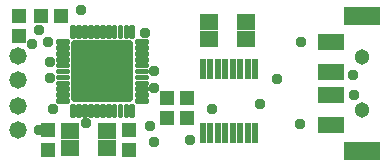
<source format=gbr>
G04 EAGLE Gerber RS-274X export*
G75*
%MOMM*%
%FSLAX34Y34*%
%LPD*%
%INSoldermask Top*%
%IPPOS*%
%AMOC8*
5,1,8,0,0,1.08239X$1,22.5*%
G01*
%ADD10R,1.303200X1.203200*%
%ADD11R,1.203200X1.303200*%
%ADD12C,0.686816*%
%ADD13C,0.276759*%
%ADD14R,1.503200X1.403200*%
%ADD15C,1.473200*%
%ADD16R,0.553200X1.753200*%
%ADD17R,3.099250X1.596491*%
%ADD18R,3.098481X1.609400*%
%ADD19R,2.203200X1.403200*%
%ADD20C,1.303200*%
%ADD21C,1.203200*%
%ADD22C,0.959600*%


D10*
X984640Y467360D03*
X1001640Y467360D03*
D11*
X966470Y466970D03*
X966470Y449970D03*
D12*
X1013592Y397388D02*
X1059556Y397388D01*
X1013592Y397388D02*
X1013592Y443352D01*
X1059556Y443352D01*
X1059556Y397388D01*
X1059556Y403913D02*
X1013592Y403913D01*
X1013592Y410438D02*
X1059556Y410438D01*
X1059556Y416963D02*
X1013592Y416963D01*
X1013592Y423488D02*
X1059556Y423488D01*
X1059556Y430013D02*
X1013592Y430013D01*
X1013592Y436538D02*
X1059556Y436538D01*
X1059556Y443063D02*
X1013592Y443063D01*
D13*
X1007706Y446502D02*
X998442Y446502D01*
X1007706Y446502D02*
X1007706Y444238D01*
X998442Y444238D01*
X998442Y446502D01*
X998442Y441502D02*
X1007706Y441502D01*
X1007706Y439238D01*
X998442Y439238D01*
X998442Y441502D01*
X998442Y436502D02*
X1007706Y436502D01*
X1007706Y434238D01*
X998442Y434238D01*
X998442Y436502D01*
X998442Y431502D02*
X1007706Y431502D01*
X1007706Y429238D01*
X998442Y429238D01*
X998442Y431502D01*
X998442Y426502D02*
X1007706Y426502D01*
X1007706Y424238D01*
X998442Y424238D01*
X998442Y426502D01*
X998442Y421502D02*
X1007706Y421502D01*
X1007706Y419238D01*
X998442Y419238D01*
X998442Y421502D01*
X998442Y416502D02*
X1007706Y416502D01*
X1007706Y414238D01*
X998442Y414238D01*
X998442Y416502D01*
X998442Y411502D02*
X1007706Y411502D01*
X1007706Y409238D01*
X998442Y409238D01*
X998442Y411502D01*
X998442Y406502D02*
X1007706Y406502D01*
X1007706Y404238D01*
X998442Y404238D01*
X998442Y406502D01*
X998442Y401502D02*
X1007706Y401502D01*
X1007706Y399238D01*
X998442Y399238D01*
X998442Y401502D01*
X998442Y396502D02*
X1007706Y396502D01*
X1007706Y394238D01*
X998442Y394238D01*
X998442Y396502D01*
X1010442Y391502D02*
X1010442Y382238D01*
X1010442Y391502D02*
X1012706Y391502D01*
X1012706Y382238D01*
X1010442Y382238D01*
X1010442Y384868D02*
X1012706Y384868D01*
X1012706Y387498D02*
X1010442Y387498D01*
X1010442Y390128D02*
X1012706Y390128D01*
X1015442Y391502D02*
X1015442Y382238D01*
X1015442Y391502D02*
X1017706Y391502D01*
X1017706Y382238D01*
X1015442Y382238D01*
X1015442Y384868D02*
X1017706Y384868D01*
X1017706Y387498D02*
X1015442Y387498D01*
X1015442Y390128D02*
X1017706Y390128D01*
X1020442Y391502D02*
X1020442Y382238D01*
X1020442Y391502D02*
X1022706Y391502D01*
X1022706Y382238D01*
X1020442Y382238D01*
X1020442Y384868D02*
X1022706Y384868D01*
X1022706Y387498D02*
X1020442Y387498D01*
X1020442Y390128D02*
X1022706Y390128D01*
X1025442Y391502D02*
X1025442Y382238D01*
X1025442Y391502D02*
X1027706Y391502D01*
X1027706Y382238D01*
X1025442Y382238D01*
X1025442Y384868D02*
X1027706Y384868D01*
X1027706Y387498D02*
X1025442Y387498D01*
X1025442Y390128D02*
X1027706Y390128D01*
X1030442Y391502D02*
X1030442Y382238D01*
X1030442Y391502D02*
X1032706Y391502D01*
X1032706Y382238D01*
X1030442Y382238D01*
X1030442Y384868D02*
X1032706Y384868D01*
X1032706Y387498D02*
X1030442Y387498D01*
X1030442Y390128D02*
X1032706Y390128D01*
X1035442Y391502D02*
X1035442Y382238D01*
X1035442Y391502D02*
X1037706Y391502D01*
X1037706Y382238D01*
X1035442Y382238D01*
X1035442Y384868D02*
X1037706Y384868D01*
X1037706Y387498D02*
X1035442Y387498D01*
X1035442Y390128D02*
X1037706Y390128D01*
X1040442Y391502D02*
X1040442Y382238D01*
X1040442Y391502D02*
X1042706Y391502D01*
X1042706Y382238D01*
X1040442Y382238D01*
X1040442Y384868D02*
X1042706Y384868D01*
X1042706Y387498D02*
X1040442Y387498D01*
X1040442Y390128D02*
X1042706Y390128D01*
X1045442Y391502D02*
X1045442Y382238D01*
X1045442Y391502D02*
X1047706Y391502D01*
X1047706Y382238D01*
X1045442Y382238D01*
X1045442Y384868D02*
X1047706Y384868D01*
X1047706Y387498D02*
X1045442Y387498D01*
X1045442Y390128D02*
X1047706Y390128D01*
X1050442Y391502D02*
X1050442Y382238D01*
X1050442Y391502D02*
X1052706Y391502D01*
X1052706Y382238D01*
X1050442Y382238D01*
X1050442Y384868D02*
X1052706Y384868D01*
X1052706Y387498D02*
X1050442Y387498D01*
X1050442Y390128D02*
X1052706Y390128D01*
X1055442Y391502D02*
X1055442Y382238D01*
X1055442Y391502D02*
X1057706Y391502D01*
X1057706Y382238D01*
X1055442Y382238D01*
X1055442Y384868D02*
X1057706Y384868D01*
X1057706Y387498D02*
X1055442Y387498D01*
X1055442Y390128D02*
X1057706Y390128D01*
X1060442Y391502D02*
X1060442Y382238D01*
X1060442Y391502D02*
X1062706Y391502D01*
X1062706Y382238D01*
X1060442Y382238D01*
X1060442Y384868D02*
X1062706Y384868D01*
X1062706Y387498D02*
X1060442Y387498D01*
X1060442Y390128D02*
X1062706Y390128D01*
X1065442Y394238D02*
X1074706Y394238D01*
X1065442Y394238D02*
X1065442Y396502D01*
X1074706Y396502D01*
X1074706Y394238D01*
X1074706Y399238D02*
X1065442Y399238D01*
X1065442Y401502D01*
X1074706Y401502D01*
X1074706Y399238D01*
X1074706Y404238D02*
X1065442Y404238D01*
X1065442Y406502D01*
X1074706Y406502D01*
X1074706Y404238D01*
X1074706Y409238D02*
X1065442Y409238D01*
X1065442Y411502D01*
X1074706Y411502D01*
X1074706Y409238D01*
X1074706Y414238D02*
X1065442Y414238D01*
X1065442Y416502D01*
X1074706Y416502D01*
X1074706Y414238D01*
X1074706Y419238D02*
X1065442Y419238D01*
X1065442Y421502D01*
X1074706Y421502D01*
X1074706Y419238D01*
X1074706Y424238D02*
X1065442Y424238D01*
X1065442Y426502D01*
X1074706Y426502D01*
X1074706Y424238D01*
X1074706Y429238D02*
X1065442Y429238D01*
X1065442Y431502D01*
X1074706Y431502D01*
X1074706Y429238D01*
X1074706Y434238D02*
X1065442Y434238D01*
X1065442Y436502D01*
X1074706Y436502D01*
X1074706Y434238D01*
X1074706Y439238D02*
X1065442Y439238D01*
X1065442Y441502D01*
X1074706Y441502D01*
X1074706Y439238D01*
X1074706Y444238D02*
X1065442Y444238D01*
X1065442Y446502D01*
X1074706Y446502D01*
X1074706Y444238D01*
X1062706Y449238D02*
X1062706Y458502D01*
X1062706Y449238D02*
X1060442Y449238D01*
X1060442Y458502D01*
X1062706Y458502D01*
X1062706Y451868D02*
X1060442Y451868D01*
X1060442Y454498D02*
X1062706Y454498D01*
X1062706Y457128D02*
X1060442Y457128D01*
X1057706Y458502D02*
X1057706Y449238D01*
X1055442Y449238D01*
X1055442Y458502D01*
X1057706Y458502D01*
X1057706Y451868D02*
X1055442Y451868D01*
X1055442Y454498D02*
X1057706Y454498D01*
X1057706Y457128D02*
X1055442Y457128D01*
X1052706Y458502D02*
X1052706Y449238D01*
X1050442Y449238D01*
X1050442Y458502D01*
X1052706Y458502D01*
X1052706Y451868D02*
X1050442Y451868D01*
X1050442Y454498D02*
X1052706Y454498D01*
X1052706Y457128D02*
X1050442Y457128D01*
X1047706Y458502D02*
X1047706Y449238D01*
X1045442Y449238D01*
X1045442Y458502D01*
X1047706Y458502D01*
X1047706Y451868D02*
X1045442Y451868D01*
X1045442Y454498D02*
X1047706Y454498D01*
X1047706Y457128D02*
X1045442Y457128D01*
X1042706Y458502D02*
X1042706Y449238D01*
X1040442Y449238D01*
X1040442Y458502D01*
X1042706Y458502D01*
X1042706Y451868D02*
X1040442Y451868D01*
X1040442Y454498D02*
X1042706Y454498D01*
X1042706Y457128D02*
X1040442Y457128D01*
X1037706Y458502D02*
X1037706Y449238D01*
X1035442Y449238D01*
X1035442Y458502D01*
X1037706Y458502D01*
X1037706Y451868D02*
X1035442Y451868D01*
X1035442Y454498D02*
X1037706Y454498D01*
X1037706Y457128D02*
X1035442Y457128D01*
X1032706Y458502D02*
X1032706Y449238D01*
X1030442Y449238D01*
X1030442Y458502D01*
X1032706Y458502D01*
X1032706Y451868D02*
X1030442Y451868D01*
X1030442Y454498D02*
X1032706Y454498D01*
X1032706Y457128D02*
X1030442Y457128D01*
X1027706Y458502D02*
X1027706Y449238D01*
X1025442Y449238D01*
X1025442Y458502D01*
X1027706Y458502D01*
X1027706Y451868D02*
X1025442Y451868D01*
X1025442Y454498D02*
X1027706Y454498D01*
X1027706Y457128D02*
X1025442Y457128D01*
X1022706Y458502D02*
X1022706Y449238D01*
X1020442Y449238D01*
X1020442Y458502D01*
X1022706Y458502D01*
X1022706Y451868D02*
X1020442Y451868D01*
X1020442Y454498D02*
X1022706Y454498D01*
X1022706Y457128D02*
X1020442Y457128D01*
X1017706Y458502D02*
X1017706Y449238D01*
X1015442Y449238D01*
X1015442Y458502D01*
X1017706Y458502D01*
X1017706Y451868D02*
X1015442Y451868D01*
X1015442Y454498D02*
X1017706Y454498D01*
X1017706Y457128D02*
X1015442Y457128D01*
X1012706Y458502D02*
X1012706Y449238D01*
X1010442Y449238D01*
X1010442Y458502D01*
X1012706Y458502D01*
X1012706Y451868D02*
X1010442Y451868D01*
X1010442Y454498D02*
X1012706Y454498D01*
X1012706Y457128D02*
X1010442Y457128D01*
D14*
X1040390Y369204D03*
X1009390Y369204D03*
X1009390Y355204D03*
X1040390Y355204D03*
D15*
X965200Y370840D03*
D11*
X1108066Y397510D03*
X1091066Y397510D03*
X1091320Y381000D03*
X1108320Y381000D03*
D16*
X1134241Y368020D03*
X1140591Y368020D03*
X1146941Y368020D03*
X1153291Y368020D03*
X1153291Y422020D03*
X1146941Y422020D03*
X1140591Y422020D03*
X1134241Y422020D03*
X1121541Y368020D03*
X1127891Y368020D03*
X1165991Y422020D03*
X1159641Y422020D03*
X1159641Y368020D03*
X1165991Y368020D03*
X1127891Y422020D03*
X1121541Y422020D03*
D14*
X1158246Y461660D03*
X1127246Y461660D03*
X1127246Y447660D03*
X1158246Y447660D03*
D17*
X1256604Y352982D03*
D18*
X1256608Y467047D03*
D19*
X1230600Y400000D03*
X1230600Y420000D03*
X1230600Y375000D03*
X1230600Y445000D03*
D20*
X1256600Y432500D03*
X1256600Y387500D03*
D21*
X1256600Y467000D03*
X1256600Y353000D03*
D10*
X1059180Y370450D03*
X1059180Y353450D03*
X990600Y353450D03*
X990600Y370450D03*
D15*
X965200Y433070D03*
X965200Y412750D03*
X965200Y391160D03*
D22*
X994918Y387858D03*
X982980Y370332D03*
X976884Y443484D03*
X1076960Y374142D03*
X1203960Y375920D03*
X1018540Y422910D03*
X1018540Y438150D03*
X1037590Y422910D03*
X1055370Y422910D03*
X1028700Y411480D03*
X1046480Y411480D03*
X1036320Y401320D03*
X1055370Y401320D03*
X1052830Y438150D03*
X1036320Y438150D03*
X1250070Y400440D03*
X992124Y414528D03*
X1022604Y376428D03*
X1072896Y452628D03*
X990600Y445008D03*
X1204468Y445262D03*
X1080770Y406400D03*
X1018540Y472440D03*
X1248800Y417440D03*
X982980Y454914D03*
X1080770Y360426D03*
X992124Y428244D03*
X1080516Y420624D03*
X1184656Y413766D03*
X1169924Y392430D03*
X1111250Y362204D03*
X1129284Y388366D03*
M02*

</source>
